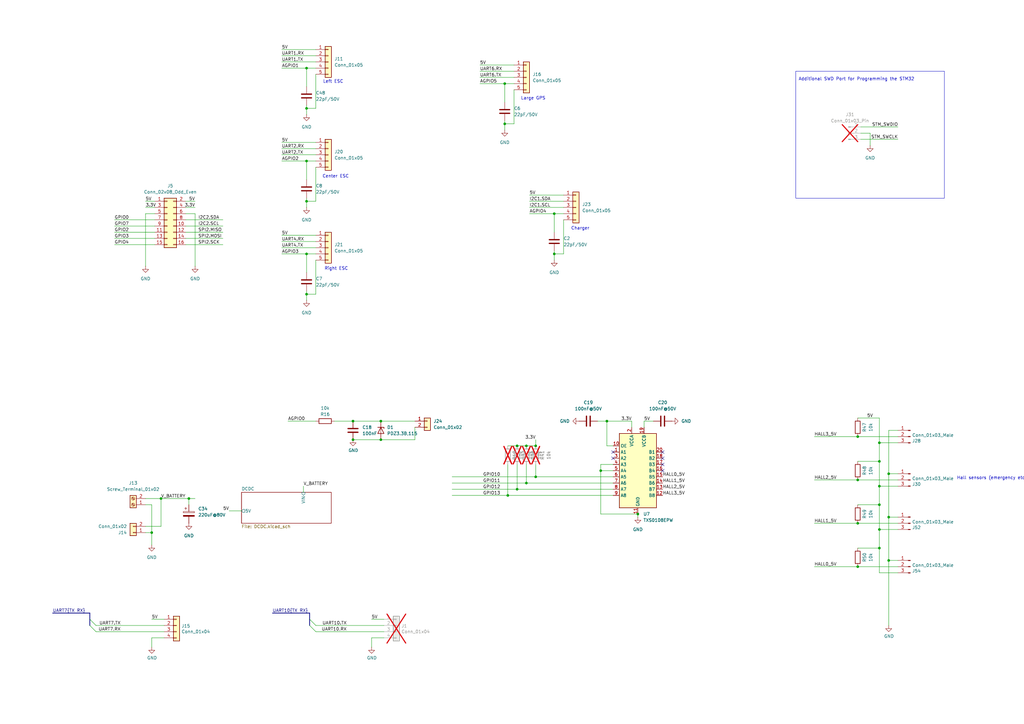
<source format=kicad_sch>
(kicad_sch (version 20231120) (generator "eeschema") (generator_version "8.0")
  (paper "A3")
  (junction (at 156.21 172.72))
  (junction (at 125.73 104.14))
  (junction (at 227.33 87.63))
  (junction (at 144.78 180.34))
  (junction (at 360.68 189.23))
  (junction (at 125.73 120.65))
  (junction (at 212.09 182.88))
  (junction (at 513.08 223.52))
  (junction (at 54.61 537.21))
  (junction (at 595.63 156.21))
  (junction (at 513.08 185.42))
  (junction (at 490.22 208.28))
  (junction (at 215.9 182.88))
  (junction (at 360.68 199.39))
  (junction (at 54.61 521.97))
  (junction (at 219.71 195.58))
  (junction (at 477.52 119.38))
  (junction (at 351.79 196.85))
  (junction (at 473.71 109.22))
  (junction (at 604.52 113.03))
  (junction (at 144.78 172.72))
  (junction (at 125.73 27.94))
  (junction (at 246.38 193.04))
  (junction (at 212.09 200.66))
  (junction (at 44.45 532.13))
  (junction (at 215.9 198.12))
  (junction (at 439.42 124.46))
  (junction (at 44.45 537.21))
  (junction (at 351.79 232.41))
  (junction (at 156.21 180.34))
  (junction (at 360.68 217.17))
  (junction (at 125.73 66.04))
  (junction (at 125.73 82.55))
  (junction (at 62.23 218.44))
  (junction (at 360.68 207.01))
  (junction (at 208.28 203.2))
  (junction (at 207.01 34.29))
  (junction (at 513.08 201.93))
  (junction (at 473.71 124.46))
  (junction (at 44.45 529.59))
  (junction (at 77.47 204.47))
  (junction (at 360.68 181.61))
  (junction (at 360.68 224.79))
  (junction (at 125.73 44.45))
  (junction (at 261.62 210.82))
  (junction (at 248.92 172.72))
  (junction (at 219.71 182.88))
  (junction (at 473.71 129.54))
  (junction (at 351.79 179.07))
  (junction (at 227.33 104.14))
  (junction (at 364.49 194.31))
  (junction (at 364.49 229.87))
  (junction (at 66.04 204.47))
  (junction (at 364.49 212.09))
  (junction (at 207.01 50.8))
  (junction (at 351.79 214.63))
  (no_connect (at 595.63 118.11))
  (no_connect (at 181.61 394.97))
  (no_connect (at 481.33 114.3))
  (no_connect (at 181.61 433.07))
  (no_connect (at 346.71 350.52))
  (no_connect (at 271.78 185.42))
  (no_connect (at 114.3 444.5))
  (no_connect (at 114.3 408.94))
  (no_connect (at 595.63 148.59))
  (no_connect (at 181.61 397.51))
  (no_connect (at 114.3 411.48))
  (no_connect (at 501.65 106.68))
  (no_connect (at 181.61 427.99))
  (no_connect (at 271.78 187.96))
  (no_connect (at 114.3 459.74))
  (no_connect (at 181.61 417.83))
  (no_connect (at 560.07 123.19))
  (no_connect (at 560.07 143.51))
  (no_connect (at 181.61 430.53))
  (no_connect (at 346.71 439.42))
  (no_connect (at 595.63 128.27))
  (no_connect (at 346.71 449.58))
  (no_connect (at 346.71 340.36))
  (no_connect (at 595.63 143.51))
  (no_connect (at 114.3 449.58))
  (no_connect (at 181.61 438.15))
  (no_connect (at 271.78 193.04))
  (no_connect (at 271.78 190.5))
  (no_connect (at 181.61 405.13))
  (no_connect (at 251.46 187.96))
  (no_connect (at 114.3 452.12))
  (no_connect (at 181.61 435.61))
  (no_connect (at 595.63 138.43))
  (no_connect (at 114.3 414.02))
  (no_connect (at 481.33 106.68))
  (no_connect (at 181.61 402.59))
  (no_connect (at 181.61 422.91))
  (no_connect (at 181.61 425.45))
  (no_connect (at 595.63 146.05))
  (no_connect (at 346.71 342.9))
  (no_connect (at 346.71 330.2))
  (no_connect (at 346.71 345.44))
  (no_connect (at 346.71 337.82))
  (no_connect (at 114.3 447.04))
  (no_connect (at 560.07 130.81))
  (no_connect (at 560.07 146.05))
  (no_connect (at 346.71 332.74))
  (no_connect (at 346.71 327.66))
  (no_connect (at 251.46 185.42))
  (no_connect (at 346.71 447.04))
  (no_connect (at 481.33 111.76))
  (no_connect (at 114.3 462.28))
  (no_connect (at 346.71 335.28))
  (no_connect (at 595.63 130.81))
  (no_connect (at 346.71 347.98))
  (no_connect (at 181.61 440.69))
  (no_connect (at 181.61 420.37))
  (no_connect (at 346.71 441.96))
  (no_connect (at 560.07 128.27))
  (no_connect (at 595.63 135.89))
  (bus_entry (at 327.66 365.76) (size 2.54 2.54))
  (bus_entry (at 327.66 355.6) (size 2.54 2.54))
  (bus_entry (at 327.66 401.32) (size 2.54 2.54))
  (bus_entry (at 327.66 375.92) (size 2.54 2.54))
  (bus_entry (at 129.54 259.08) (size -2.54 -2.54))
  (bus_entry (at 43.18 408.94) (size 2.54 2.54))
  (bus_entry (at 154.94 450.85) (size 2.54 2.54))
  (bus_entry (at 327.66 398.78) (size 2.54 2.54))
  (bus_entry (at 327.66 408.94) (size 2.54 2.54))
  (bus_entry (at 43.18 424.18) (size 2.54 2.54))
  (bus_entry (at 43.18 421.64) (size 2.54 2.54))
  (bus_entry (at 43.18 416.56) (size 2.54 2.54))
  (bus_entry (at 327.66 403.86) (size 2.54 2.54))
  (bus_entry (at 154.94 455.93) (size 2.54 2.54))
  (bus_entry (at 335.28 434.34) (size -2.54 -2.54))
  (bus_entry (at 39.37 259.08) (size -2.54 -2.54))
  (bus_entry (at 327.66 358.14) (size 2.54 2.54))
  (bus_entry (at 327.66 396.24) (size 2.54 2.54))
  (bus_entry (at 327.66 393.7) (size 2.54 2.54))
  (bus_entry (at 39.37 256.54) (size -2.54 -2.54))
  (bus_entry (at 154.94 445.77) (size 2.54 2.54))
  (bus_entry (at 335.28 426.72) (size -2.54 -2.54))
  (bus_entry (at 327.66 360.68) (size 2.54 2.54))
  (bus_entry (at 327.66 370.84) (size 2.54 2.54))
  (bus_entry (at 154.94 453.39) (size 2.54 2.54))
  (bus_entry (at 327.66 406.4) (size 2.54 2.54))
  (bus_entry (at 129.54 256.54) (size -2.54 -2.54))
  (bus_entry (at 43.18 411.48) (size 2.54 2.54))
  (bus_entry (at 327.66 363.22) (size 2.54 2.54))
  (bus_entry (at 327.66 386.08) (size 2.54 2.54))
  (bus_entry (at 154.94 458.47) (size 2.54 2.54))
  (bus_entry (at 327.66 378.46) (size 2.54 2.54))
  (bus_entry (at 154.94 448.31) (size 2.54 2.54))
  (bus_entry (at 43.18 414.02) (size 2.54 2.54))
  (bus_entry (at 327.66 368.3) (size 2.54 2.54))
  (bus_entry (at 43.18 419.1) (size 2.54 2.54))
  (bus_entry (at 43.18 406.4) (size 2.54 2.54))
  (bus_entry (at 335.28 431.8) (size -2.54 -2.54))
  (bus_entry (at 327.66 373.38) (size 2.54 2.54))
  (bus_entry (at 335.28 424.18) (size -2.54 -2.54))
  (bus_entry (at 327.66 391.16) (size 2.54 2.54))
  (bus_entry (at 327.66 388.62) (size 2.54 2.54))
  (wire (pts (xy 215.9 190.5) (xy 215.9 198.12)))
  (wire (pts (xy 59.69 87.63) (xy 63.5 87.63)))
  (wire (pts (xy 39.37 259.08) (xy 67.31 259.08)))
  (wire (pts (xy 129.54 256.54) (xy 157.48 256.54)))
  (wire (pts (xy 481.33 116.84) (xy 473.71 116.84)))
  (wire (pts (xy 81.28 521.97) (xy 54.61 521.97)))
  (wire (pts (xy 533.4 138.43) (xy 542.29 138.43)))
  (wire (pts (xy 115.57 25.4) (xy 129.54 25.4)))
  (wire (pts (xy 125.73 104.14) (xy 125.73 111.76)))
  (wire (pts (xy 93.98 209.55) (xy 99.06 209.55)))
  (wire (pts (xy 210.82 50.8) (xy 207.01 50.8)))
  (wire (pts (xy 490.22 219.71) (xy 490.22 223.52)))
  (wire (pts (xy 501.65 114.3) (xy 513.08 114.3)))
  (bus (pts (xy 313.69 429.26) (xy 313.69 342.9)))
  (wire (pts (xy 346.71 426.72) (xy 335.28 426.72)))
  (wire (pts (xy 115.57 22.86) (xy 129.54 22.86)))
  (wire (pts (xy 125.73 66.04) (xy 129.54 66.04)))
  (wire (pts (xy 330.2 368.3) (xy 346.71 368.3)))
  (wire (pts (xy 261.62 212.09) (xy 261.62 210.82)))
  (wire (pts (xy 439.42 124.46) (xy 443.23 124.46)))
  (wire (pts (xy 246.38 210.82) (xy 261.62 210.82)))
  (wire (pts (xy 45.72 421.64) (xy 78.74 421.64)))
  (wire (pts (xy 76.2 100.33) (xy 91.44 100.33)))
  (wire (pts (xy 477.52 123.19) (xy 477.52 119.38)))
  (wire (pts (xy 219.71 195.58) (xy 219.71 190.5)))
  (wire (pts (xy 80.01 85.09) (xy 76.2 85.09)))
  (wire (pts (xy 217.17 87.63) (xy 227.33 87.63)))
  (wire (pts (xy 125.73 44.45) (xy 125.73 43.18)))
  (bus (pts (xy 332.74 429.26) (xy 332.74 431.8)))
  (wire (pts (xy 560.07 120.65) (xy 533.4 120.65)))
  (wire (pts (xy 125.73 123.19) (xy 125.73 120.65)))
  (wire (pts (xy 473.71 124.46) (xy 473.71 129.54)))
  (wire (pts (xy 129.54 120.65) (xy 125.73 120.65)))
  (bus (pts (xy 39.37 411.48) (xy 43.18 411.48)))
  (wire (pts (xy 462.28 129.54) (xy 473.71 129.54)))
  (wire (pts (xy 152.4 261.62) (xy 152.4 265.43)))
  (wire (pts (xy 360.68 234.95) (xy 368.3 234.95)))
  (wire (pts (xy 351.79 179.07) (xy 368.3 179.07)))
  (wire (pts (xy 125.73 85.09) (xy 125.73 82.55)))
  (wire (pts (xy 513.08 185.42) (xy 513.08 187.96)))
  (wire (pts (xy 360.68 217.17) (xy 368.3 217.17)))
  (wire (pts (xy 74.93 424.18) (xy 78.74 424.18)))
  (wire (pts (xy 427.99 124.46) (xy 439.42 124.46)))
  (bus (pts (xy 327.66 370.84) (xy 327.66 373.38)))
  (wire (pts (xy 334.01 214.63) (xy 351.79 214.63)))
  (wire (pts (xy 311.15 326.39) (xy 321.31 326.39)))
  (wire (pts (xy 259.08 175.26) (xy 259.08 172.72)))
  (wire (pts (xy 115.57 63.5) (xy 129.54 63.5)))
  (wire (pts (xy 80.01 87.63) (xy 76.2 87.63)))
  (wire (pts (xy 231.14 104.14) (xy 227.33 104.14)))
  (wire (pts (xy 63.5 100.33) (xy 46.99 100.33)))
  (wire (pts (xy 115.57 101.6) (xy 129.54 101.6)))
  (wire (pts (xy 115.57 60.96) (xy 129.54 60.96)))
  (bus (pts (xy 327.66 375.92) (xy 327.66 378.46)))
  (bus (pts (xy 43.18 421.64) (xy 43.18 424.18)))
  (wire (pts (xy 330.2 373.38) (xy 346.71 373.38)))
  (wire (pts (xy 115.57 66.04) (xy 125.73 66.04)))
  (bus (pts (xy 327.66 391.16) (xy 327.66 393.7)))
  (wire (pts (xy 360.68 217.17) (xy 360.68 224.79)))
  (bus (pts (xy 327.66 403.86) (xy 327.66 406.4)))
  (wire (pts (xy 170.18 384.81) (xy 181.61 384.81)))
  (wire (pts (xy 54.61 521.97) (xy 33.02 521.97)))
  (wire (pts (xy 513.08 201.93) (xy 513.08 203.2)))
  (wire (pts (xy 115.57 20.32) (xy 129.54 20.32)))
  (bus (pts (xy 39.37 421.64) (xy 43.18 421.64)))
  (wire (pts (xy 330.2 381) (xy 346.71 381)))
  (wire (pts (xy 353.06 54.61) (xy 356.87 54.61)))
  (wire (pts (xy 114.3 436.88) (xy 129.54 436.88)))
  (wire (pts (xy 439.42 139.7) (xy 439.42 135.89)))
  (wire (pts (xy 181.61 410.21) (xy 170.18 410.21)))
  (wire (pts (xy 74.93 419.1) (xy 78.74 419.1)))
  (bus (pts (xy 313.69 342.9) (xy 311.15 342.9)))
  (wire (pts (xy 219.71 180.34) (xy 219.71 182.88)))
  (wire (pts (xy 124.46 199.39) (xy 124.46 201.93)))
  (bus (pts (xy 327.66 398.78) (xy 327.66 401.32)))
  (bus (pts (xy 316.23 421.64) (xy 332.74 421.64)))
  (bus (pts (xy 327.66 355.6) (xy 327.66 358.14)))
  (wire (pts (xy 508 116.84) (xy 508 124.46)))
  (wire (pts (xy 351.79 232.41) (xy 368.3 232.41)))
  (wire (pts (xy 351.79 196.85) (xy 368.3 196.85)))
  (wire (pts (xy 170.18 392.43) (xy 181.61 392.43)))
  (bus (pts (xy 327.66 393.7) (xy 327.66 396.24)))
  (bus (pts (xy 43.18 411.48) (xy 43.18 414.02)))
  (wire (pts (xy 185.42 198.12) (xy 215.9 198.12)))
  (wire (pts (xy 129.54 68.58) (xy 129.54 82.55)))
  (wire (pts (xy 196.85 34.29) (xy 207.01 34.29)))
  (wire (pts (xy 504.19 185.42) (xy 513.08 185.42)))
  (wire (pts (xy 217.17 82.55) (xy 231.14 82.55)))
  (wire (pts (xy 330.2 358.14) (xy 346.71 358.14)))
  (wire (pts (xy 157.48 261.62) (xy 152.4 261.62)))
  (wire (pts (xy 115.57 58.42) (xy 129.54 58.42)))
  (wire (pts (xy 264.16 172.72) (xy 267.97 172.72)))
  (wire (pts (xy 76.2 92.71) (xy 91.44 92.71)))
  (wire (pts (xy 170.18 382.27) (xy 181.61 382.27)))
  (wire (pts (xy 215.9 182.88) (xy 219.71 182.88)))
  (wire (pts (xy 45.72 416.56) (xy 78.74 416.56)))
  (wire (pts (xy 137.16 172.72) (xy 144.78 172.72)))
  (wire (pts (xy 364.49 194.31) (xy 364.49 212.09)))
  (wire (pts (xy 334.01 179.07) (xy 351.79 179.07)))
  (wire (pts (xy 248.92 182.88) (xy 248.92 172.72)))
  (wire (pts (xy 170.18 387.35) (xy 181.61 387.35)))
  (wire (pts (xy 217.17 85.09) (xy 231.14 85.09)))
  (bus (pts (xy 43.18 406.4) (xy 43.18 408.94)))
  (wire (pts (xy 351.79 207.01) (xy 360.68 207.01)))
  (wire (pts (xy 330.2 391.16) (xy 346.71 391.16)))
  (wire (pts (xy 227.33 104.14) (xy 227.33 102.87)))
  (wire (pts (xy 604.52 113.03) (xy 617.22 113.03)))
  (wire (pts (xy 346.71 424.18) (xy 335.28 424.18)))
  (wire (pts (xy 115.57 99.06) (xy 129.54 99.06)))
  (wire (pts (xy 46.99 92.71) (xy 63.5 92.71)))
  (wire (pts (xy 185.42 203.2) (xy 208.28 203.2)))
  (wire (pts (xy 501.65 208.28) (xy 505.46 208.28)))
  (wire (pts (xy 62.23 218.44) (xy 62.23 223.52)))
  (wire (pts (xy 351.79 224.79) (xy 360.68 224.79)))
  (wire (pts (xy 364.49 212.09) (xy 368.3 212.09)))
  (wire (pts (xy 33.02 537.21) (xy 44.45 537.21)))
  (wire (pts (xy 39.37 256.54) (xy 67.31 256.54)))
  (wire (pts (xy 114.3 416.56) (xy 129.54 416.56)))
  (wire (pts (xy 330.2 375.92) (xy 346.71 375.92)))
  (wire (pts (xy 330.2 411.48) (xy 346.71 411.48)))
  (wire (pts (xy 595.63 153.67) (xy 595.63 156.21)))
  (wire (pts (xy 170.18 400.05) (xy 181.61 400.05)))
  (bus (pts (xy 154.94 450.85) (xy 154.94 453.39)))
  (wire (pts (xy 74.93 434.34) (xy 78.74 434.34)))
  (wire (pts (xy 473.71 96.52) (xy 473.71 109.22)))
  (bus (pts (xy 318.77 386.08) (xy 327.66 386.08)))
  (wire (pts (xy 62.23 254) (xy 67.31 254)))
  (wire (pts (xy 62.23 261.62) (xy 62.23 265.43)))
  (wire (pts (xy 114.3 421.64) (xy 129.54 421.64)))
  (wire (pts (xy 77.47 204.47) (xy 80.01 204.47)))
  (wire (pts (xy 170.18 175.26) (xy 170.18 180.34)))
  (wire (pts (xy 125.73 66.04) (xy 125.73 73.66)))
  (wire (pts (xy 76.2 90.17) (xy 91.44 90.17)))
  (wire (pts (xy 76.2 97.79) (xy 91.44 97.79)))
  (wire (pts (xy 595.63 156.21) (xy 595.63 160.02)))
  (wire (pts (xy 334.01 196.85) (xy 351.79 196.85)))
  (wire (pts (xy 264.16 175.26) (xy 264.16 172.72)))
  (wire (pts (xy 364.49 176.53) (xy 368.3 176.53)))
  (wire (pts (xy 251.46 200.66) (xy 212.09 200.66)))
  (wire (pts (xy 248.92 172.72) (xy 245.11 172.72)))
  (wire (pts (xy 78.74 355.6) (xy 66.04 355.6)))
  (bus (pts (xy 327.66 365.76) (xy 327.66 368.3)))
  (wire (pts (xy 231.14 90.17) (xy 231.14 104.14)))
  (wire (pts (xy 508 124.46) (xy 473.71 124.46)))
  (wire (pts (xy 477.52 119.38) (xy 481.33 119.38)))
  (bus (pts (xy 111.76 251.46) (xy 127 251.46)))
  (bus (pts (xy 154.94 448.31) (xy 154.94 450.85)))
  (bus (pts (xy 76.2 -12.7) (xy 102.87 -12.7)))
  (wire (pts (xy 227.33 106.68) (xy 227.33 104.14)))
  (wire (pts (xy 207.01 34.29) (xy 210.82 34.29)))
  (wire (pts (xy 74.93 429.26) (xy 78.74 429.26)))
  (wire (pts (xy 114.3 431.8) (xy 125.73 431.8)))
  (wire (pts (xy 62.23 207.01) (xy 62.23 218.44)))
  (wire (pts (xy 513.08 223.52) (xy 513.08 213.36)))
  (wire (pts (xy 33.02 532.13) (xy 33.02 537.21)))
  (wire (pts (xy 59.69 85.09) (xy 63.5 85.09)))
  (bus (pts (xy 318.77 336.55) (xy 318.77 386.08)))
  (wire (pts (xy 212.09 182.88) (xy 215.9 182.88)))
  (wire (pts (xy 472.44 208.28) (xy 490.22 208.28)))
  (wire (pts (xy 259.08 172.72) (xy 248.92 172.72)))
  (bus (pts (xy 43.18 416.56) (xy 43.18 419.1)))
  (wire (pts (xy 351.79 189.23) (xy 360.68 189.23)))
  (wire (pts (xy 64.77 532.13) (xy 81.28 532.13)))
  (wire (pts (xy 330.2 401.32) (xy 346.71 401.32)))
  (wire (pts (xy 73.66 -19.05) (xy 93.98 -19.05)))
  (wire (pts (xy 157.48 461.01) (xy 168.91 461.01)))
  (wire (pts (xy 360.68 181.61) (xy 360.68 189.23)))
  (bus (pts (xy 327.66 368.3) (xy 327.66 370.84)))
  (wire (pts (xy 45.72 431.8) (xy 78.74 431.8)))
  (wire (pts (xy 157.48 453.39) (xy 168.91 453.39)))
  (wire (pts (xy 74.93 414.02) (xy 78.74 414.02)))
  (wire (pts (xy 45.72 424.18) (xy 67.31 424.18)))
  (wire (pts (xy 246.38 193.04) (xy 246.38 210.82)))
  (wire (pts (xy 330.2 398.78) (xy 346.71 398.78)))
  (bus (pts (xy 127 254) (xy 127 256.54)))
  (wire (pts (xy 44.45 529.59) (xy 44.45 532.13)))
  (wire (pts (xy 462.28 119.38) (xy 477.52 119.38)))
  (wire (pts (xy 118.11 172.72) (xy 129.54 172.72)))
  (wire (pts (xy 595.63 115.57) (xy 604.52 115.57)))
  (wire (pts (xy 46.99 95.25) (xy 63.5 95.25)))
  (wire (pts (xy 185.42 200.66) (xy 212.09 200.66)))
  (wire (pts (xy 490.22 212.09) (xy 490.22 208.28)))
  (wire (pts (xy 176.53 453.39) (xy 181.61 453.39)))
  (wire (pts (xy 490.22 223.52) (xy 513.08 223.52)))
  (wire (pts (xy 170.18 389.89) (xy 181.61 389.89)))
  (wire (pts (xy 125.73 82.55) (xy 125.73 81.28)))
  (wire (pts (xy 45.72 434.34) (xy 67.31 434.34)))
  (wire (pts (xy 251.46 182.88) (xy 248.92 182.88)))
  (wire (pts (xy 66.04 346.71) (xy 78.74 346.71)))
  (wire (pts (xy 74.93 439.42) (xy 78.74 439.42)))
  (wire (pts (xy 176.53 450.85) (xy 181.61 450.85)))
  (wire (pts (xy 196.85 29.21) (xy 210.82 29.21)))
  (wire (pts (xy 196.85 26.67) (xy 210.82 26.67)))
  (wire (pts (xy 360.68 224.79) (xy 360.68 234.95)))
  (wire (pts (xy 208.28 203.2) (xy 251.46 203.2)))
  (wire (pts (xy 504.19 198.12) (xy 504.19 201.93)))
  (bus (pts (xy 321.31 334.01) (xy 321.31 355.6)))
  (wire (pts (xy 170.18 407.67) (xy 181.61 407.67)))
  (wire (pts (xy 76.2 95.25) (xy 91.44 95.25)))
  (wire (pts (xy 80.01 109.22) (xy 80.01 87.63)))
  (wire (pts (xy 351.79 214.63) (xy 368.3 214.63)))
  (wire (pts (xy 330.2 378.46) (xy 346.71 378.46)))
  (wire (pts (xy 473.71 129.54) (xy 473.71 139.7)))
  (wire (pts (xy 364.49 212.09) (xy 364.49 229.87)))
  (bus (pts (xy 327.66 360.68) (xy 327.66 363.22)))
  (wire (pts (xy 181.61 415.29) (xy 170.18 415.29)))
  (wire (pts (xy 462.28 109.22) (xy 473.71 109.22)))
  (wire (pts (xy 59.69 82.55) (xy 63.5 82.55)))
  (wire (pts (xy 45.72 441.96) (xy 78.74 441.96)))
  (wire (pts (xy 360.68 189.23) (xy 360.68 199.39)))
  (wire (pts (xy 78.74 360.68) (xy 58.42 360.68)))
  (wire (pts (xy 513.08 182.88) (xy 513.08 185.42)))
  (wire (pts (xy 356.87 54.61) (xy 356.87 59.69)))
  (wire (pts (xy 504.19 190.5) (xy 504.19 185.42)))
  (wire (pts (xy 60.96 335.28) (xy 78.74 335.28)))
  (wire (pts (xy 59.69 204.47) (xy 66.04 204.47)))
  (wire (pts (xy 45.72 419.1) (xy 67.31 419.1)))
  (bus (pts (xy 327.66 373.38) (xy 327.66 375.92)))
  (wire (pts (xy 330.2 406.4) (xy 346.71 406.4)))
  (wire (pts (xy 217.17 80.01) (xy 231.14 80.01)))
  (bus (pts (xy 327.66 401.32) (xy 327.66 403.86)))
  (wire (pts (xy 157.48 448.31) (xy 181.61 448.31)))
  (bus (pts (xy 327.66 386.08) (xy 327.66 388.62)))
  (wire (pts (xy 129.54 259.08) (xy 157.48 259.08)))
  (wire (pts (xy 45.72 436.88) (xy 78.74 436.88)))
  (wire (pts (xy 595.63 113.03) (xy 604.52 113.03)))
  (wire (pts (xy 360.68 199.39) (xy 368.3 199.39)))
  (wire (pts (xy 114.3 419.1) (xy 129.54 419.1)))
  (wire (pts (xy 156.21 172.72) (xy 170.18 172.72)))
  (wire (pts (xy 81.28 523.24) (xy 81.28 521.97)))
  (wire (pts (xy 330.2 396.24) (xy 346.71 396.24)))
  (bus (pts (xy 327.66 388.62) (xy 327.66 391.16)))
  (wire (pts (xy 74.93 408.94) (xy 78.74 408.94)))
  (wire (pts (xy 59.69 218.44) (xy 62.23 218.44)))
  (wire (pts (xy 215.9 198.12) (xy 251.46 198.12)))
  (bus (pts (xy 154.94 453.39) (xy 154.94 455.93)))
  (wire (pts (xy 513.08 200.66) (xy 513.08 201.93)))
  (wire (pts (xy 176.53 458.47) (xy 181.61 458.47)))
  (wire (pts (xy 129.54 82.55) (xy 125.73 82.55)))
  (wire (pts (xy 144.78 180.34) (xy 156.21 180.34)))
  (wire (pts (xy 533.4 135.89) (xy 560.07 135.89)))
  (wire (pts (xy 45.72 408.94) (xy 67.31 408.94)))
  (wire (pts (xy 549.91 138.43) (xy 560.07 138.43)))
  (wire (pts (xy 44.45 537.21) (xy 54.61 537.21)))
  (wire (pts (xy 80.01 82.55) (xy 76.2 82.55)))
  (wire (pts (xy 176.53 455.93) (xy 181.61 455.93)))
  (wire (pts (xy 364.49 229.87) (xy 364.49 256.54)))
  (wire (pts (xy 125.73 104.14) (xy 129.54 104.14)))
  (wire (pts (xy 152.4 254) (xy 157.48 254)))
  (wire (pts (xy 501.65 119.38) (xy 501.65 123.19)))
  (wire (pts (xy 330.2 403.86) (xy 346.71 403.86)))
  (bus (pts (xy 127 251.46) (xy 127 254)))
  (wire (pts (xy 81.28 532.13) (xy 81.28 530.86)))
  (wire (pts (xy 157.48 455.93) (xy 168.91 455.93)))
  (wire (pts (xy 473.71 109.22) (xy 481.33 109.22)))
  (wire (pts (xy 501.65 116.84) (xy 508 116.84)))
  (wire (pts (xy 501.65 109.22) (xy 508 109.22)))
  (bus (pts (xy 316.23 340.36) (xy 316.23 421.64)))
  (bus (pts (xy 39.37 406.4) (xy 43.18 406.4)))
  (wire (pts (xy 129.54 106.68) (xy 129.54 120.65)))
  (wire (pts (xy 181.61 412.75) (xy 170.18 412.75)))
  (bus (pts (xy 327.66 396.24) (xy 327.66 398.78)))
  (wire (pts (xy 330.2 363.22) (xy 346.71 363.22)))
  (bus (pts (xy 21.59 251.46) (xy 36.83 251.46)))
  (wire (pts (xy 473.71 116.84) (xy 473.71 124.46)))
  (wire (pts (xy 360.68 199.39) (xy 360.68 207.01)))
  (bus (pts (xy 154.94 455.93) (xy 154.94 458.47)))
  (wire (pts (xy 129.54 30.48) (xy 129.54 44.45)))
  (wire (pts (xy 59.69 207.01) (xy 62.23 207.01)))
  (wire (pts (xy 360.68 181.61) (xy 368.3 181.61)))
  (wire (pts (xy 114.3 434.34) (xy 129.54 434.34)))
  (wire (pts (xy 251.46 190.5) (xy 246.38 190.5)))
  (wire (pts (xy 219.71 195.58) (xy 251.46 195.58)))
  (wire (pts (xy 59.69 109.22) (xy 59.69 87.63)))
  (wire (pts (xy 125.73 27.94) (xy 129.54 27.94)))
  (wire (pts (xy 227.33 87.63) (xy 227.33 95.25)))
  (wire (pts (xy 125.73 27.94) (xy 125.73 35.56)))
  (wire (pts (xy 330.2 365.76) (xy 346.71 365.76)))
  (wire (pts (xy 364.49 176.53) (xy 364.49 194.31)))
  (wire (pts (xy 125.73 46.99) (xy 125.73 44.45)))
  (bus (pts (xy 311.15 334.01) (xy 321.31 334.01)))
  (wire (pts (xy 66.04 344.17) (xy 78.74 344.17)))
  (wire (pts (xy 208.28 190.5) (xy 208.28 203.2)))
  (wire (pts (xy 176.53 461.01) (xy 181.61 461.01)))
  (wire (pts (xy 44.45 532.13) (xy 44.45 537.21)))
  (wire (pts (xy 364.49 194.31) (xy 368.3 194.31)))
  (bus (pts (xy 39.37 416.56) (xy 43.18 416.56)))
  (wire (pts (xy 45.72 429.26) (xy 67.31 429.26)))
  (wire (pts (xy 115.57 104.14) (xy 125.73 104.14)))
  (wire (pts (xy 115.57 96.52) (xy 129.54 96.52)))
  (wire (pts (xy 346.71 431.8) (xy 335.28 431.8)))
  (wire (pts (xy 44.45 527.05) (xy 44.45 529.59)))
  (bus (pts (xy 327.66 406.4) (xy 327.66 408.94)))
  (wire (pts (xy 212.09 200.66) (xy 212.09 190.5)))
  (bus (pts (xy 36.83 251.46) (xy 36.83 254)))
  (wire (pts (xy 604.52 115.57) (xy 604.52 113.03)))
  (bus (pts (xy 311.15 340.36) (xy 316.23 340.36)))
  (wire (pts (xy 330.2 408.94) (xy 346.71 408.94)))
  (bus (pts (xy 327.66 358.14) (xy 327.66 360.68)))
  (wire (pts (xy 77.47 204.47) (xy 77.47 207.01)))
  (wire (pts (xy 45.72 411.48) (xy 78.74 411.48)))
  (wire (pts (xy 45.72 439.42) (xy 67.31 439.42)))
  (wire (pts (xy 66.04 204.47) (xy 66.04 215.9)))
  (bus (pts (xy 311.15 336.55) (xy 318.77 336.55)))
  (wire (pts (xy 334.01 232.41) (xy 351.79 232.41)))
  (wire (pts (xy 73.66 -2.54) (xy 93.98 -2.54)))
  (wire (pts (xy 45.72 426.72) (xy 78.74 426.72)))
  (wire (pts (xy 45.72 414.02) (xy 67.31 414.02)))
  (bus (pts (xy 36.83 254) (xy 36.83 256.54)))
  (wire (pts (xy 330.2 360.68) (xy 346.71 360.68)))
  (bus (pts (xy 321.31 355.6) (xy 327.66 355.6)))
  (wire (pts (xy 78.74 353.06) (xy 66.04 353.06)))
  (wire (pts (xy 157.48 450.85) (xy 168.91 450.85)))
  (wire (pts (xy 351.79 171.45) (xy 360.68 171.45)))
  (wire (pts (xy 346.71 434.34) (xy 335.28 434.34)))
  (wire (pts (xy 508 109.22) (xy 508 96.52)))
  (wire (pts (xy 353.06 57.15) (xy 368.3 57.15)))
  (bus (pts (xy 327.66 363.22) (xy 327.66 365.76)))
  (wire (pts (xy 330.2 393.7) (xy 346.71 393.7)))
  (wire (pts (xy 33.02 521.97) (xy 33.02 524.51)))
  (wire (pts (xy 60.96 332.74) (xy 78.74 332.74)))
  (wire (pts (xy 439.42 124.46) (xy 439.42 128.27)))
  (wire (pts (xy 46.99 97.79) (xy 63.5 97.79)))
  (wire (pts (xy 207.01 53.34) (xy 207.01 50.8)))
  (bus (pts (xy 313.69 429.26) (xy 332.74 429.26)))
  (wire (pts (xy 508 96.52) (xy 473.71 96.52)))
  (wire (pts (xy 246.38 190.5) (xy 246.38 193.04)))
  (wire (pts (xy 501.65 123.19) (xy 477.52 123.19)))
  (wire (pts (xy 114.3 429.26) (xy 125.73 429.26)))
  (wire (pts (xy 330.2 388.62) (xy 346.71 388.62)))
  (wire (pts (xy 353.06 52.07) (xy 368.3 52.07)))
  (wire (pts (xy 207.01 50.8) (xy 207.01 49.53)))
  (wire (pts (xy 330.2 370.84) (xy 346.71 370.84)))
  (wire (pts (xy 170.18 180.34) (xy 156.21 180.34)))
  (wire (pts (xy 246.38 193.04) (xy 251.46 193.04)))
  (wire (pts (xy 125.73 120.65) (xy 125.73 119.38)))
  (wire (pts (xy 360.68 171.45) (xy 360.68 181.61)))
  (wire (pts (xy 360.68 207.01) (xy 360.68 217.17)))
  (wire (pts (xy 66.04 204.47) (xy 77.47 204.47)))
  (wire (pts (xy 144.78 172.72) (xy 156.21 172.72)))
  (wire (pts (xy 185.42 195.58) (xy 219.71 195.58)))
  (wire (pts (xy 490.22 208.28) (xy 494.03 208.28)))
  (wire (pts (xy 208.28 182.88) (xy 212.09 182.88)))
  (wire (pts (xy 504.19 201.93) (xy 513.08 201.93)))
  (bus (pts (xy 154.94 445.77) (xy 154.94 448.31)))
  (wire (pts (xy 67.31 261.62) (xy 62.23 261.62)))
  (wire (pts (xy 196.85 31.75) (xy 210.82 31.75)))
  (wire (pts (xy 535.94 114.3) (xy 520.7 114.3)))
  (wire (pts (xy 210.82 36.83) (xy 210.82 50.8)))
  (wire (pts (xy 46.99 90.17) (xy 63.5 90.17)))
  (wire (pts (xy 364.49 229.87) (xy 368.3 229.87)))
  (wire (pts (xy 207.01 34.29) (xy 207.01 41.91)))
  (wire (pts (xy 129.54 44.45) (xy 125.73 44.45)))
  (wire (pts (xy 157.48 458.47) (xy 168.91 458.47)))
  (wire (pts (xy 450.85 124.46) (xy 454.66 124.46)))
  (wire (pts (xy 115.57 27.94) (xy 125.73 27.94)))
  (wire (pts (xy 501.65 111.76) (xy 535.94 111.76)))
  (bus (pts (xy 151.13 445.77) (xy 154.94 445.77)))
  (bus (pts (xy 332.74 421.64) (xy 332.74 424.18)))
  (wire (pts (xy 66.04 215.9) (xy 59.69 215.9)))
  (wire (pts (xy 227.33 87.63) (xy 231.14 87.63)))
  (rectangle (start 22.86 511.81) (end 93.98 566.42))
  (rectangle (start 326.39 29.21) (end 387.35 81.28))
  (text "Hall sensors (emergency etc)" (at 392.43 196.85 0) (effects (font (size 1.27 1.27)) (justify left bottom)))
  (text "Right ESC" (at 15.748 416.56 0) (effects (font (size 1.27 1.27))))
  (text "Charger" (at 237.998 93.726 0) (effects (font (size 1.27 1.27))))
  (text "Center ESC" (at 137.668 72.39 0) (effects (font (size 1.27 1.27))))
  (text "Identification for this Mainboard Version" (at 43.942 514.35 0) (effects (font (size 1.27 1.27))))
  (text "Large GPS" (at 17.018 421.894 0) (effects (font (size 1.27 1.27))))
  (text "Additional SWD Port for Programming the STM32" (at 351.282 32.512 0) (effects (font (size 1.27 1.27))))
  (text "Left ESC" (at 136.652 33.528 0) (effects (font (size 1.27 1.27))))
  (text "Right ESC" (at 137.922 110.236 0) (effects (font (size 1.27 1.27))))
  (text "Left ESC" (at 17.526 406.4 0) (effects (font (size 1.27 1.27))))
  (text "Center ESC" (at 15.494 411.734 0) (effects (font (size 1.27 1.27))))
  (text "Large GPS" (at 218.694 40.386 0) (effects (font (size 1.27 1.27))))
  (label "UART10{TX RX}" (at 111.76 251.46 0))
  (label "GPIO10" (at 170.18 407.67 0))
  (label "AGPIO0" (at 118.11 172.72 0))
  (label "UART6.RX" (at 196.85 29.21 0))
  (label "GPIO13" (at 170.18 415.29 0))
  (label "ETH2.LED_G" (at 330.2 411.48 0))
  (label "5V" (at 196.85 26.67 0))
  (label "UART2.TX" (at 115.57 63.5 0))
  (label "UART8.RX" (at 535.94 114.3 180))
  (label "AGPIO3" (at 115.57 104.14 0))
  (label "5V" (at 62.23 254 0))
  (label "ETH1.LED_Y" (at 330.2 378.46 0))
  (label "UART2.TX" (at 45.72 414.02 0))
  (label "3.3V" (at 259.08 172.72 180))
  (label "STM_SWCLK" (at 66.04 355.6 0))
  (label "I2C1.SDA" (at 125.73 429.26 0))
  (label "UART2.RX" (at 115.57 60.96 0))
  (label "STM_SWCLK" (at 368.3 57.15 180))
  (label "~{WC}" (at 81.28 532.13 180))
  (label "USBH2.N" (at 335.28 434.34 0))
  (label "SPI2.MOSI" (at 81.28 97.79 0))
  (label "~{WC}" (at 66.04 551.18 180))
  (label "HALL0_5V" (at 271.78 195.58 0))
  (label "GPIO2" (at 46.99 95.25 0))
  (label "GPIO7" (at 170.18 400.05 0))
  (label "UART2.RX" (at 45.72 416.56 0))
  (label "ETH2.PAIR_A_P" (at 330.2 391.16 0))
  (label "ETH1.PAIR_D_N" (at 330.2 373.38 0))
  (label "I2C4_ID.SDA" (at 64.77 527.05 0))
  (label "UART8.TX" (at 533.4 135.89 0))
  (label "USBH1.P" (at 335.28 424.18 0))
  (label "3.3V" (at 80.01 85.09 180))
  (label "ETH1.PAIR_A_P" (at 330.2 360.68 0))
  (label "V_BATTERY" (at 66.04 204.47 0))
  (label "UART1.TX" (at 115.57 25.4 0))
  (label "UART10.TX" (at 45.72 439.42 0))
  (label "AGPIO5" (at 196.85 34.29 0))
  (label "5V" (at 513.08 182.88 180))
  (label "AGPIO1" (at 115.57 27.94 0))
  (label "I2C1.SCL" (at 217.17 85.09 0))
  (label "UART8.RX" (at 533.4 138.43 0))
  (label "ETH2.PAIR_B_P" (at 330.2 396.24 0))
  (label "5V" (at 152.4 254 0))
  (label "SPI2.SCK" (at 119.38 421.64 0))
  (label "I2C1.SDA" (at 217.17 82.55 0))
  (label "ETH1.PAIR_B_P" (at 330.2 365.76 0))
  (label "AGPIO2" (at 115.57 66.04 0))
  (label "UART4.RX" (at 45.72 421.64 0))
  (label "GPIO4" (at 46.99 100.33 0))
  (label "UART1.RX" (at 115.57 22.86 0))
  (label "HALL2_5V" (at 334.01 196.85 0))
  (label "UART10.RX" (at 142.24 259.08 180))
  (label "3.3V" (at 59.69 85.09 0))
  (label "GPIO0" (at 46.99 90.17 0))
  (label "ETH2.PAIR_C_N" (at 330.2 398.78 0))
  (label "UART4.TX" (at 115.57 101.6 0))
  (label "SPI2.SCK" (at 81.28 100.33 0))
  (label "UART1.TX" (at 45.72 408.94 0))
  (label "GPIO4" (at 170.18 392.43 0))
  (label "ETH1.LED_G" (at 330.2 381 0))
  (label "UART6.TX" (at 45.72 424.18 0))
  (label "AGPIO4" (at 217.17 87.63 0))
  (label "5V" (at 59.69 82.55 0))
  (label "USBH2.P" (at 335.28 431.8 0))
  (label "GPIO1" (at 533.4 120.65 0))
  (label "GPIO11" (at 198.12 198.12 0))
  (label "UART10.TX" (at 142.24 256.54 180))
  (label "STM_SWDIO" (at 368.3 52.07 180))
  (label "I2C4_ID.SCL" (at 64.77 529.59 0))
  (label "I2C4_ID.SCL" (at 66.04 346.71 0))
  (label "GPIO3" (at 46.99 97.79 0))
  (label "5V" (at 73.66 -2.54 0))
  (label "UART4.RX" (at 115.57 99.06 0))
  (label "HALL1_5V" (at 334.01 214.63 0))
  (label "SPI2.MISO" (at 119.38 416.56 0))
  (label "I2C4_ID.SDA" (at 66.04 344.17 0))
  (label "3.3V" (at 219.71 180.34 180))
  (label "ETH2.PAIR_D_N" (at 330.2 403.86 0))
  (label "STM_SWDIO" (at 66.04 353.06 0))
  (label "I2C2.SCL" (at 119.38 436.88 0))
  (label "GPIO12" (at 198.12 200.66 0))
  (label "UART7.RX" (at 45.72 431.8 0))
  (label "GPIO0" (at 170.18 382.27 0))
  (label "RASPI_FAN_ON" (at 58.42 360.68 0))
  (label "UART7.RX" (at 49.53 259.08 180))
  (label "USBH1.N" (at 335.28 426.72 0))
  (label "GPIO7" (at 46.99 92.71 0))
  (label "AGPIO0" (at 157.48 448.31 0))
  (label "UART1.RX" (at 45.72 411.48 0))
  (label "GPIO13" (at 198.12 203.2 0))
  (label "UART8.TX" (at 535.94 111.76 180))
  (label "ETH1.PAIR_B_N" (at 330.2 363.22 0))
  (label "5V" (at 462.28 109.22 180))
  (label "I2C2.SDA" (at 81.28 90.17 0))
  (label "SPI2.MOSI" (at 119.38 419.1 0))
  (label "3.3V" (at 60.96 335.28 180))
  (label "ETH1.PAIR_C_N" (at 330.2 368.3 0))
  (label "SPI2.MISO" (at 81.28 95.25 0))
  (label "UART6.RX" (at 45.72 426.72 0))
  (label "ETH2.PAIR_D_P" (at 330.2 406.4 0))
  (label "UART10.RX" (at 45.72 441.96 0))
  (label "HALL1_5V" (at 271.78 198.12 0))
  (label "GPIO12" (at 170.18 412.75 0))
  (label "GPIO3" (at 170.18 389.89 0))
  (label "GPIO1" (at 427.99 124.46 0))
  (label "5V" (at 80.01 82.55 180))
  (label "HALL0_5V" (at 334.01 232.41 0))
  (label "V_BATTERY" (at 73.66 -19.05 0))
  (label "AGPIO2" (at 157.48 453.39 0))
  (label "5V" (at 115.57 96.52 0))
  (label "5V" (at 217.17 80.01 0))
  (label "HALL2_5V" (at 271.78 200.66 0))
  (label "ETH2.PAIR_A_N" (at 330.2 388.62 0))
  (label "UART4.TX" (at 45.72 419.1 0))
  (label "3.3V" (at 40.64 521.97 180))
  (label "5V" (at 60.96 332.74 180))
  (label "UART7.TX" (at 45.72 429.26 0))
  (label "I2C1{SDA SCL}" (at 76.2 -12.7 0))
  (label "UART7{TX RX}" (at 21.59 251.46 0))
  (label "AGPIO4" (at 157.48 458.47 0))
  (label "UART8.RX" (at 45.72 436.88 0))
  (label "HALL3_5V" (at 271.78 203.2 0))
  (label "ETH2.PAIR_C_P" (at 330.2 401.32 0))
  (label "HALL3_5V" (at 334.01 179.07 0))
  (label "5V" (at 93.98 209.55 180))
  (label "ETH1.PAIR_C_P" (at 330.2 370.84 0))
  (label "3.3V" (at 617.22 113.03 180))
  (label "GPIO11" (at 170.18 410.21 0))
  (label "ETH2.LED_Y" (at 330.2 408.94 0))
  (label "V_BATTERY" (at 124.46 199.39 0))
  (label "GPIO1" (at 170.18 384.81 0))
  (label "RASPI_FAN_ON" (at 472.44 208.28 0))
  (label "5V" (at 264.16 172.72 0))
  (label "GPIO2" (at 170.18 387.35 0))
  (label "5V" (at 355.6 171.45 0))
  (label "AGPIO1" (at 157.48 450.85 0))
  (label "ETH1.PAIR_A_N" (at 330.2 358.14 0))
  (label "I2C2.SCL" (at 81.28 92.71 0))
  (label "UART7.TX" (at 49.53 256.54 180))
  (label "UART6.TX" (at 196.85 31.75 0))
  (label "5V" (at 115.57 20.32 0))
  (label "AGPIO3" (at 157.48 455.93 0))
  (label "GPIO10" (at 198.12 195.58 0))
  (label "5V" (at 115.57 58.42 0))
  (label "I2C1.SCL" (at 125.73 431.8 0))
  (label "I2C2.SDA" (at 119.38 434.34 0))
  (label "UART8.TX" (at 45.72 434.34 0))
  (label "AGPIO5" (at 157.48 461.01 0))
  (label "ETH1.PAIR_D_P" (at 330.2 375.92 0))
  (label "ETH2.PAIR_B_N" (at 330.2 393.7 0))
  (label "5V" (at 321.31 326.39 180))
  (hierarchical_label "V_BATTERY" (shape input) (at 93.98 -19.05 0))
  (hierarchical_label "AGPIO[0..5]" (shape output) (at 151.13 445.77 180))
  (hierarchical_label "UART6{TX RX}" (shape output) (at 39.37 421.64 180))
  (hierarchical_label "5V" (shape output) (at 93.98 -2.54 0))
  (hierarchical_label "I2C1{SDA SCL}" (shape output) (at 102.87 -12.7 0))
  (hierarchical_label "UART2{TX RX}" (shape output) (at 39.37 411.48 180))
  (hierarchical_label "UART4{TX RX}" (shape output) (at 39.37 416.56 180))
  (hierarchical_label "UART1{TX RX}" (shape output) (at 39.37 406.4 180))
  (symbol (lib_id "power:GND") (at 513.08 223.52 0) (unit 1)
    (property "Reference" "#PWR0120" (effects (hide yes)))
    (property "Value" "GND" (at 513.08 228.6 0))
  )
  (symbol (lib_id "Device:R") (at 71.12 419.1 90) (unit 1)
    (property "Reference" "R5" (at 77.724 420.116 90) (effects (justify left)))
    (property "Value" "150R" (at 73.66 419.1 90) (effects (justify left)))
    (property "Footprint" "Resistor_SMD:R_0603_1608Metric" (effects (hide yes)))
    (property "Description" "Resistor" (effects (hide yes)))
    (property "JLC" "C22808" (effects (hide yes)))
  )
  (symbol (lib_id "power:GND") (at 80.01 109.22 0) (unit 1)
    (property "Reference" "#PWR0198" (effects (hide yes)))
    (property "Value" "GND" (at 80.01 114.3 0))
  )
  (symbol (lib_id "power:GND") (at 77.47 214.63 0) (unit 1)
    (property "Reference" "#PWR0183" (effects (hide yes)))
    (property "Value" "GND" (at 77.47 219.71 0))
    (property "Description" "Power symbol creates a global label with name \"GND\" , ground" (effects (hide yes)))
  )
  (symbol (lib_id "power:GND") (at 439.42 139.7 0) (unit 1)
    (property "Reference" "#PWR055" (effects (hide yes)))
    (property "Value" "GND" (at 439.42 144.78 0))
    (property "Description" "Power symbol creates a global label with name \"GND\" , ground" (effects (hide yes)))
  )
  (symbol (lib_id "Device:R") (at 212.09 186.69 0) (mirror y) (unit 1) (dnp yes)
    (property "Reference" "R37" (at 214.884 186.69 90))
    (property "Value" "10k" (at 217.424 186.69 90))
    (property "Footprint" "Resistor_SMD:R_0402_1005Metric" (effects (hide yes)))
    (property "Description" "Resistor" (effects (hide yes)))
    (property "JLC" "C25744" (effects (hide yes)))
  )
  (symbol (lib_id "power:GND") (at 364.49 256.54 0) (unit 1)
    (property "Reference" "#PWR0111" (effects (hide yes)))
    (property "Value" "GND" (at 364.617 260.9342 0))
    (property "Description" "Power symbol creates a global label with name \"GND\" , ground" (effects (hide yes)))
  )
  (symbol (lib_id "Device:R") (at 497.84 208.28 90) (unit 1)
    (property "Reference" "R53" (at 497.84 201.93 90))
    (property "Value" "150R" (at 497.84 204.47 90))
    (property "Footprint" "Resistor_SMD:R_0805_2012Metric_Pad1.20x1.40mm_HandSolder" (effects (hide yes)))
    (property "Stock_PN" "R-805-150-.125W-1%" (effects (hide yes)))
    (property "Digikey" "311-150CRCT-ND" (effects (hide yes)))
    (property "Part Number" "RC0805FR-07150RL" (effects (hide yes)))
    (property "JLC" "C17471" (effects (hide yes)))
  )
  (symbol (lib_id "power:GND") (at 595.63 160.02 0) (unit 1)
    (property "Reference" "#PWR0152" (effects (hide yes)))
    (property "Value" "GND" (at 595.63 165.1 0))
    (property "Description" "Power symbol creates a global label with name \"GND\" , ground" (effects (hide yes)))
  )
  (symbol (lib_id "Device:D_Zener") (at 156.21 176.53 270) (unit 1)
    (property "Reference" "D1" (at 158.75 175.2599 90) (effects (justify left)))
    (property "Value" "PDZ3.3B,115" (at 158.75 177.7999 90) (effects (justify left)))
    (property "Footprint" "Diode_SMD:D_SOD-323" (effects (hide yes)))
    (property "Description" "Zener diode" (effects (hide yes)))
    (property "JLC" "C426855" (effects (hide yes)))
  )
  (symbol (lib_id "Connector_Generic:Conn_01x02") (at 54.61 218.44 180) (unit 1)
    (property "Reference" "J14" (at 52.07 218.4401 0) (effects (justify left)))
    (property "Value" "Conn_01x02" (at 52.07 215.9001 0) (effects (justify left)))
    (property "Footprint" "Connector_AMASS:AMASS_XT30U-M_1x02_P5.0mm_Vertical" (effects (hide yes)))
    (property "Description" "Generic connector, single row, 01x02, script generated (kicad-library-utils/schlib/autogen/connector/)" (effects (hide yes)))
    (property "JLC" "C99101" (effects (hide yes)))
  )
  (symbol (lib_id "power:GND") (at 275.59 172.72 90) (mirror x) (unit 1)
    (property "Reference" "#PWR0110" (effects (hide yes)))
    (property "Value" "GND" (at 279.4 172.7199 90) (effects (justify right)))
    (property "Description" "Power symbol creates a global label with name \"GND\" , ground" (effects (hide yes)))
  )
  (symbol (lib_id "Memory_EEPROM:M24C02-WMN") (at 54.61 529.59 0) (unit 1)
    (property "Reference" "U5" (at 56.8041 519.43 0) (effects (justify left)))
    (property "Value" "M24C02-WMN" (at 56.8041 521.97 0) (effects (justify left)))
    (property "Footprint" "Package_SO:SOIC-8_3.9x4.9mm_P1.27mm" (effects (hide yes)))
    (property "Datasheet" "http://www.st.com/content/ccc/resource/technical/document/datasheet/b0/d8/50/40/5a/85/49/6f/DM00071904.pdf/files/DM00071904.pdf/jcr:content/translations/en.DM00071904.pdf" (effects (hide yes)))
    (property "Description" "2Kb (256x8) I2C Serial EEPROM, 2.5-5.5V, SOIC-8" (effects (hide yes)))
    (property "JLC" "C7562" (effects (hide yes)))
  )
  (symbol (lib_id "power:GND") (at 144.78 180.34 0) (unit 1)
    (property "Reference" "#PWR040" (effects (hide yes)))
    (property "Value" "GND" (at 144.907 184.7342 0))
    (property "Description" "Power symbol creates a global label with name \"GND\" , ground" (effects (hide yes)))
  )
  (symbol (lib_id "Connector_Generic:Conn_01x05") (at 215.9 31.75 0) (unit 1)
    (property "Reference" "J16" (at 218.44 30.4799 0) (effects (justify left)))
    (property "Value" "Conn_01x05" (at 218.44 33.0199 0) (effects (justify left)))
    (property "Footprint" "Connector_JST:JST_XH_B5B-XH-A_1x05_P2.50mm_Vertical" (effects (hide yes)))
    (property "Description" "Generic connector, single row, 01x05, script generated (kicad-library-utils/schlib/autogen/connector/)" (effects (hide yes)))
    (property "JLC" "C157991" (effects (hide yes)))
  )
  (symbol (lib_id "Device:R") (at 71.12 434.34 90) (unit 1)
    (property "Reference" "R84" (at 77.724 435.356 90) (effects (justify left)))
    (property "Value" "150R" (at 73.66 434.34 90) (effects (justify left)))
    (property "Footprint" "Resistor_SMD:R_0603_1608Metric" (effects (hide yes)))
    (property "Description" "Resistor" (effects (hide yes)))
    (property "JLC" "C22808" (effects (hide yes)))
  )
  (symbol (lib_id "Connector:Conn_01x03_Male") (at 373.38 214.63 0) (mirror y) (unit 1)
    (property "Reference" "J52" (at 374.0912 216.3572 0) (effects (justify right)))
    (property "Value" "Conn_01x03_Male" (at 374.0912 214.0458 0) (effects (justify right)))
    (property "Footprint" "Connector_PinHeader_2.54mm:PinHeader_1x03_P2.54mm_Vertical" (effects (hide yes)))
    (property "Digikey" "455-2231-ND" (effects (hide yes)))
    (property "Part Number" "B3B-XH-AM(LF)(SN)" (effects (hide yes)))
    (property "Stock_PN" "J-JST-XH-1x3" (effects (hide yes)))
    (property "JLC" "C2937625" (effects (hide yes)))
  )
  (symbol (lib_id "Device:R") (at 447.04 124.46 90) (unit 1)
    (property "Reference" "R25" (at 447.04 118.11 90))
    (property "Value" "150R" (at 447.04 120.65 90))
    (property "Footprint" "Resistor_SMD:R_0805_2012Metric_Pad1.20x1.40mm_HandSolder" (effects (hide yes)))
    (property "Stock_PN" "R-805-150-.125W-1%" (effects (hide yes)))
    (property "Digikey" "311-150CRCT-ND" (effects (hide yes)))
    (property "Part Number" "RC0805FR-07150RL" (effects (hide yes)))
    (property "JLC" "C17471" (effects (hide yes)))
  )
  (symbol (lib_id "Device:R") (at 215.9 186.69 0) (mirror y) (unit 1) (dnp yes)
    (property "Reference" "R38" (at 218.694 186.69 90))
    (property "Value" "10k" (at 221.234 186.69 90))
    (property "Footprint" "Resistor_SMD:R_0402_1005Metric" (effects (hide yes)))
    (property "Description" "Resistor" (effects (hide yes)))
    (property "JLC" "C25744" (effects (hide yes)))
  )
  (symbol (lib_id "Device:C") (at 144.78 176.53 0) (unit 1)
    (property "Reference" "C18" (at 148.59 175.2599 0) (effects (justify left)))
    (property "Value" "100nF" (at 148.59 177.7999 0) (effects (justify left)))
    (property "Footprint" "Capacitor_SMD:C_0402_1005Metric" (effects (hide yes)))
    (property "Description" "Unpolarized capacitor" (effects (hide yes)))
    (property "JLC" "C307331" (effects (hide yes)))
  )
  (symbol (lib_id "Device:C") (at 227.33 99.06 0) (unit 1)
    (property "Reference" "C2" (at 231.14 97.7899 0) (effects (justify left)))
    (property "Value" "22pF/50V" (at 231.14 100.3299 0) (effects (justify left)))
    (property "Footprint" "Capacitor_SMD:C_0603_1608Metric" (effects (hide yes)))
    (property "Description" "Unpolarized capacitor" (effects (hide yes)))
    (property "JLC" "C1653" (effects (hide yes)))
  )
  (symbol (lib_id "power:GND") (at 125.73 123.19 0) (unit 1)
    (property "Reference" "#PWR0200" (effects (hide yes)))
    (property "Value" "GND" (at 125.73 128.27 0))
    (property "Description" "Power symbol creates a global label with name \"GND\" , ground" (effects (hide yes)))
  )
  (symbol (lib_id "Logic_LevelTranslator:TXS0108EPW") (at 261.62 193.04 0) (unit 1)
    (property "Reference" "U7" (at 263.8141 210.82 0) (effects (justify left)))
    (property "Value" "TXS0108EPW" (at 263.8141 213.36 0) (effects (justify left)))
    (property "Footprint" "Package_SO:TSSOP-20_4.4x6.5mm_P0.65mm" (effects (hide yes)))
    (property "Datasheet" "www.ti.com/lit/ds/symlink/txs0108e.pdf" (effects (hide yes)))
    (property "Description" "Bidirectional  level-shifting voltage translator, TSSOP-20" (effects (hide yes)))
    (property "JLC" "C17206" (effects (hide yes)))
  )
  (symbol (lib_id "Connector_Generic:Conn_01x05") (at 134.62 63.5 0) (unit 1)
    (property "Reference" "J20" (at 137.16 62.2299 0) (effects (justify left)))
    (property "Value" "Conn_01x05" (at 137.16 64.7699 0) (effects (justify left)))
    (property "Footprint" "Connector_JST:JST_XH_B5B-XH-A_1x05_P2.50mm_Vertical" (effects (hide yes)))
    (property "Description" "Generic connector, single row, 01x05, script generated (kicad-library-utils/schlib/autogen/connector/)" (effects (hide yes)))
    (property "JLC" "C157991" (effects (hide yes)))
  )
  (symbol (lib_id "power:GND") (at 152.4 265.43 0) (unit 1)
    (property "Reference" "#PWR04" (effects (hide yes)))
    (property "Value" "GND" (at 152.527 269.8242 0))
    (property "Description" "Power symbol creates a global label with name \"GND\" , ground" (effects (hide yes)))
  )
  (symbol (lib_id "Connector_Generic:Conn_01x05") (at 134.62 25.4 0) (unit 1)
    (property "Reference" "J11" (at 137.16 24.1299 0) (effects (justify left)))
    (property "Value" "Conn_01x05" (at 137.16 26.6699 0) (effects (justify left)))
    (property "Footprint" "Connector_JST:JST_XH_B5B-XH-A_1x05_P2.50mm_Vertical" (effects (hide yes)))
    (property "Description" "Generic connector, single row, 01x05, script generated (kicad-library-utils/schlib/autogen/connector/)" (effects (hide yes)))
    (property "JLC" "C157991" (effects (hide yes)))
  )
  (symbol (lib_id "Connector_Generic:Conn_01x04") (at 72.39 256.54 0) (unit 1)
    (property "Reference" "J15" (at 74.422 256.7432 0) (effects (justify left)))
    (property "Value" "Conn_01x04" (at 74.422 259.0546 0) (effects (justify left)))
    (property "Footprint" "Connector_JST:JST_XH_B4B-XH-A_1x04_P2.50mm_Vertical" (effects (hide yes)))
    (property "Digikey" "455-2249-ND" (effects (hide yes)))
    (property "Part Number" "B4B-XH-A(LF)(SN)" (effects (hide yes)))
    (property "Stock_PN" "J-JST-XH-1x4" (effects (hide yes)))
    (property "JLC" "C144395" (effects (hide yes)))
  )
  (symbol (lib_id "Device:C") (at 125.73 77.47 0) (unit 1)
    (property "Reference" "C8" (at 129.54 76.1999 0) (effects (justify left)))
    (property "Value" "22pF/50V" (at 129.54 78.7399 0) (effects (justify left)))
    (property "Footprint" "Capacitor_SMD:C_0603_1608Metric" (effects (hide yes)))
    (property "Description" "Unpolarized capacitor" (effects (hide yes)))
    (property "JLC" "C1653" (effects (hide yes)))
  )
  (symbol (lib_id "xcore:xcore") (at 365.76 370.84 0) (unit 3)
    (property "Reference" "J12" (at 378.46 367.0299 0) (effects (justify left)))
    (property "Value" "xcore" (at 378.46 369.5699 0) (effects (justify left)))
    (property "Footprint" "xcore:xcore" (effects (hide yes)))
    (property "JLC" "C306045" (effects (hide yes)))
  )
  (symbol (lib_id "Device:C_Polarized") (at 77.47 210.82 0) (unit 1)
    (property "Reference" "C34" (at 81.28 208.6609 0) (effects (justify left)))
    (property "Value" "220uF@80V" (at 81.28 211.2009 0) (effects (justify left)))
    (property "Footprint" "Capacitor_THT:CP_Radial_D10.0mm_P5.00mm" (effects (hide yes)))
    (property "Description" "Polarized capacitor" (effects (hide yes)))
    (property "JLC" "C106516" (effects (hide yes)))
  )
  (symbol (lib_id "power:GND") (at 125.73 46.99 0) (unit 1)
    (property "Reference" "#PWR0155" (effects (hide yes)))
    (property "Value" "GND" (at 125.73 52.07 0))
    (property "Description" "Power symbol creates a global label with name \"GND\" , ground" (effects (hide yes)))
  )
  (symbol (lib_id "Connector_Generic:Conn_01x05") (at 236.22 85.09 0) (unit 1)
    (property "Reference" "J23" (at 238.76 83.8199 0) (effects (justify left)))
    (property "Value" "Conn_01x05" (at 238.76 86.3599 0) (effects (justify left)))
    (property "Footprint" "Connector_JST:JST_XH_B5B-XH-A_1x05_P2.50mm_Vertical" (effects (hide yes)))
    (property "Description" "Generic connector, single row, 01x05, script generated (kicad-library-utils/schlib/autogen/connector/)" (effects (hide yes)))
    (property "JLC" "C157991" (effects (hide yes)))
  )
  (symbol (lib_id "power:GND") (at 54.61 537.21 0) (mirror y) (unit 1)
    (property "Reference" "#PWR07" (effects (hide yes)))
    (property "Value" "GND" (at 54.6101 541.02 90) (effects (justify right)))
    (property "Description" "Power symbol creates a global label with name \"GND\" , ground" (effects (hide yes)))
  )
  (symbol (lib_id "Device:R") (at 71.12 408.94 90) (unit 1)
    (property "Reference" "R1" (at 77.724 409.956 90) (effects (justify left)))
    (property "Value" "150R" (at 73.66 408.94 90) (effects (justify left)))
    (property "Footprint" "Resistor_SMD:R_0603_1608Metric" (effects (hide yes)))
    (property "Description" "Resistor" (effects (hide yes)))
    (property "JLC" "C22808" (effects (hide yes)))
  )
  (symbol (lib_id "Device:R") (at 172.72 453.39 90) (unit 1)
    (property "Reference" "R39" (at 179.324 454.406 90) (effects (justify left)))
    (property "Value" "150R" (at 175.26 453.39 90) (effects (justify left)))
    (property "Footprint" "Resistor_SMD:R_0603_1608Metric" (effects (hide yes)))
    (property "Description" "Resistor" (effects (hide yes)))
    (property "JLC" "C22808" (effects (hide yes)))
  )
  (symbol (lib_id "Device:R") (at 172.72 461.01 90) (unit 1)
    (property "Reference" "R63" (at 179.324 462.026 90) (effects (justify left)))
    (property "Value" "150R" (at 175.26 461.01 90) (effects (justify left)))
    (property "Footprint" "Resistor_SMD:R_0603_1608Metric" (effects (hide yes)))
    (property "Description" "Resistor" (effects (hide yes)))
    (property "JLC" "C22808" (effects (hide yes)))
  )
  (symbol (lib_id "power:GND") (at 125.73 85.09 0) (unit 1)
    (property "Reference" "#PWR0199" (effects (hide yes)))
    (property "Value" "GND" (at 125.73 90.17 0))
    (property "Description" "Power symbol creates a global label with name \"GND\" , ground" (effects (hide yes)))
  )
  (symbol (lib_id "xcore:xcore") (at 201.93 424.18 0) (unit 4)
    (property "Reference" "J12" (at 213.36 419.7349 0) (effects (justify left)))
    (property "Value" "xcore" (at 213.36 422.2749 0) (effects (justify left)))
    (property "Footprint" "xcore:xcore" (effects (hide yes)))
    (property "JLC" "C306045" (effects (hide yes)))
  )
  (symbol (lib_id "power:GND") (at 62.23 265.43 0) (unit 1)
    (property "Reference" "#PWR039" (effects (hide yes)))
    (property "Value" "GND" (at 62.357 269.8242 0))
    (property "Description" "Power symbol creates a global label with name \"GND\" , ground" (effects (hide yes)))
  )
  (symbol (lib_id "Device:R") (at 490.22 215.9 180) (unit 1) (dnp yes)
    (property "Reference" "R52" (at 491.998 214.9915 0) (effects (justify right)))
    (property "Value" "10k" (at 491.998 217.7666 0) (effects (justify right)))
    (property "Footprint" "Resistor_SMD:R_0805_2012Metric_Pad1.20x1.40mm_HandSolder" (effects (hide yes)))
    (property "Digikey" "738-RMCF0805FG10K0CT-ND" (effects (hide yes)))
    (property "Part Number" "RMCF0805FG10K0" (effects (hide yes)))
    (property "Stock_PN" "R-805-10K-.125W-1%" (effects (hide yes)))
    (property "JLC" "C17414" (effects (hide yes)))
  )
  (symbol (lib_id "Device:R") (at 81.28 527.05 0) (unit 1)
    (property "Reference" "R15" (at 83.82 525.7799 0) (effects (justify left)))
    (property "Value" "10k" (at 83.82 528.3199 0) (effects (justify left)))
    (property "Footprint" "Resistor_SMD:R_0402_1005Metric" (effects (hide yes)))
    (property "Description" "Resistor" (effects (hide yes)))
    (property "JLC" "C25744" (effects (hide yes)))
  )
  (symbol (lib_id "Device:R") (at 71.12 414.02 90) (unit 1)
    (property "Reference" "R3" (at 77.724 415.036 90) (effects (justify left)))
    (property "Value" "150R" (at 73.66 414.02 90) (effects (justify left)))
    (property "Footprint" "Resistor_SMD:R_0603_1608Metric" (effects (hide yes)))
    (property "Description" "Resistor" (effects (hide yes)))
    (property "JLC" "C22808" (effects (hide yes)))
  )
  (symbol (lib_id "Connector:Conn_01x03_Male") (at 373.38 232.41 0) (mirror y) (unit 1)
    (property "Reference" "J54" (at 374.0912 234.1372 0) (effects (justify right)))
    (property "Value" "Conn_01x03_Male" (at 374.0912 231.8258 0) (effects (justify right)))
    (property "Footprint" "Connector_PinHeader_2.54mm:PinHeader_1x03_P2.54mm_Vertical" (effects (hide yes)))
    (property "Digikey" "455-2231-ND" (effects (hide yes)))
    (property "Part Number" "B3B-XH-AM(LF)(SN)" (effects (hide yes)))
    (property "Stock_PN" "J-JST-XH-1x3" (effects (hide yes)))
    (property "JLC" "C2937625" (effects (hide yes)))
  )
  (symbol (lib_id "Transistor_FET:BSS138") (at 459.74 124.46 0) (unit 1)
    (property "Reference" "Q1" (at 466.09 123.1899 0) (effects (justify left)))
    (property "Value" "AO3400A" (at 466.09 125.7299 0) (effects (justify left)))
    (property "Footprint" "Package_TO_SOT_SMD:SOT-23" (effects (hide yes)))
    (property "Datasheet" "https://www.onsemi.com/pub/Collateral/BSS138-D.PDF" (effects (hide yes)))
    (property "Part Number" "AP2300" (effects (hide yes)))
    (property "Stock_PN" "Q-AP2300" (effects (hide yes)))
    (property "Digikey" "BSS138K-13DICT-ND" (effects (hide yes)))
    (property "JLC" "C20917" (effects (hide yes)))
  )
  (symbol (lib_id "power:GND") (at 356.87 59.69 0) (unit 1)
    (property "Reference" "#PWR054" (effects (hide yes)))
    (property "Value" "GND" (at 356.87 64.77 0))
  )
  (symbol (lib_id "Device:D_Schottky") (at 504.19 194.31 270) (unit 1)
    (property "Reference" "D21" (at 506.73 192.7224 90) (effects (justify left)))
    (property "Value" "D_Schottky" (at 506.73 195.2624 90) (effects (justify left)))
    (property "Footprint" "Diode_SMD:D_SOD-123F" (effects (hide yes)))
    (property "Part Number" "AS160-M" (effects (hide yes)))
    (property "Stock_PN" "D-AS160-M" (effects (hide yes)))
    (property "Digikey" "3757-SS0520_R1_00001CT-ND" (effects (hide yes)))
    (property "JLC" "C8598" (effects (hide yes)))
  )
  (symbol (lib_id "Connector_Generic:Conn_01x05") (at 134.62 101.6 0) (unit 1)
    (property "Reference" "J21" (at 137.16 100.3299 0) (effects (justify left)))
    (property "Value" "Conn_01x05" (at 137.16 102.8699 0) (effects (justify left)))
    (property "Footprint" "Connector_JST:JST_XH_B5B-XH-A_1x05_P2.50mm_Vertical" (effects (hide yes)))
    (property "Description" "Generic connector, single row, 01x05, script generated (kicad-library-utils/schlib/autogen/connector/)" (effects (hide yes)))
    (property "JLC" "C157991" (effects (hide yes)))
  )
  (symbol (lib_id "power:GND") (at 207.01 53.34 0) (unit 1)
    (property "Reference" "#PWR041" (effects (hide yes)))
    (property "Value" "GND" (at 207.01 58.42 0))
    (property "Description" "Power symbol creates a global label with name \"GND\" , ground" (effects (hide yes)))
  )
  (symbol (lib_id "xcore:xcore") (at 96.52 436.88 0) (unit 2)
    (property "Reference" "J12" (at 96.52 397.51 0))
    (property "Value" "xcore" (at 96.52 400.05 0))
    (property "Footprint" "xcore:xcore" (effects (hide yes)))
    (property "JLC" "C306045" (effects (hide yes)))
  )
  (symbol (lib_id "Device:R") (at 172.72 458.47 90) (unit 1)
    (property "Reference" "R42" (at 179.324 459.486 90) (effects (justify left)))
    (property "Value" "150R" (at 175.26 458.47 90) (effects (justify left)))
    (property "Footprint" "Resistor_SMD:R_0603_1608Metric" (effects (hide yes)))
    (property "Description" "Resistor" (effects (hide yes)))
    (property "JLC" "C22808" (effects (hide yes)))
  )
  (symbol (lib_id "power:GND") (at 62.23 223.52 0) (unit 1)
    (property "Reference" "#PWR038" (effects (hide yes)))
    (property "Value" "GND" (at 62.23 228.6 0))
    (property "Description" "Power symbol creates a global label with name \"GND\" , ground" (effects (hide yes)))
  )
  (symbol (lib_id "Device:C") (at 33.02 528.32 0) (unit 1)
    (property "Reference" "C17" (at 36.83 527.0499 0) (effects (justify left)))
    (property "Value" "100nF" (at 36.83 529.5899 0) (effects (justify left)))
    (property "Footprint" "Capacitor_SMD:C_0402_1005Metric" (effects (hide yes)))
    (property "Description" "Unpolarized capacitor" (effects (hide yes)))
    (property "JLC" "C307331" (effects (hide yes)))
  )
  (symbol (lib_id "Connector_Generic:Conn_01x04") (at 162.56 256.54 0) (unit 1) (dnp yes)
    (property "Reference" "J1" (at 164.592 256.7432 0) (effects (justify left)))
    (property "Value" "Conn_01x04" (at 164.592 259.0546 0) (effects (justify left)))
    (property "Footprint" "Connector_JST:JST_XH_B4B-XH-A_1x04_P2.50mm_Vertical" (effects (hide yes)))
    (property "Digikey" "455-2249-ND" (effects (hide yes)))
    (property "Part Number" "B4B-XH-A(LF)(SN)" (effects (hide yes)))
    (property "Stock_PN" "J-JST-XH-1x4" (effects (hide yes)))
    (property "JLC" "C144395" (effects (hide yes)))
  )
  (symbol (lib_id "local_GPS:AS-RTK2B-MICRO-F9P-L1L2SMATH-00") (at 577.85 133.35 0) (unit 1) (dnp yes)
    (property "Reference" "U6" (at 577.85 105.41 0))
    (property "Value" "AS-RTK2B-MICRO-F9P-L1L2SMATH-00" (at 577.85 107.95 0))
    (property "Footprint" "local_GPS:MODULE_AS-RTK2B-MICRO-F9P-L1L2SMATH-00" (effects (hide yes)))
    (property "MF" "ArduSimple" (effects (hide yes)))
    (property "MAXIMUM_PACKAGE_HEIGHT" "6.35mm" (effects (hide yes)))
    (property "Package" "None" (effects (hide yes)))
    (property "Price" "None" (effects (hide yes)))
    (property "Check_prices" "https://www.snapeda.com/parts/AS-RTK2B-MICRO-F9P-L1L2SMATH-00/ArduSimple/view-part/?ref=eda" (effects (hide yes)))
    (property "STANDARD" "Manufacturer Recommendations" (effects (hide yes)))
    (property "PARTREV" "N/A" (effects (hide yes)))
    (property "SnapEDA_Link" "https://www.snapeda.com/parts/AS-RTK2B-MICRO-F9P-L1L2SMATH-00/ArduSimple/view-part/?ref=snap" (effects (hide yes)))
    (property "MP" "AS-RTK2B-MICRO-F9P-L1L2SMATH-00" (effects (hide yes)))
    (property "Purchase-URL" "https://www.snapeda.com/api/url_track_click_mouser/?unipart_id=12031383&manufacturer=ArduSimple&part_name=AS-RTK2B-MICRO-F9P-L1L2SMATH-00&search_term=ardusimple" (effects (hide yes)))
    (property "Description_1" "\nu-blox ZED-F9P series GNSS (Beidou, Galileo, GLONASS, GPS) dual band Evaluation Board ArduSimple GPS RTK simpleRTK2B Micro L1+L2 multi-band receiver, small size for PCB integration delivering centimeter accuracy - Option: u-blox zed-f9p , SMA antenna connector, Through hole form factor\n" (effects (hide yes)))
    (property "MANUFACTURER" "Ardusimple" (effects (hide yes)))
    (property "Availability" "In Stock" (effects (hide yes)))
    (property "SNAPEDA_PN" "AS-RTK2B-MICRO-F9P-L1L2SMATH-00" (effects (hide yes)))
  )
  (symbol (lib_id "Device:R") (at 172.72 455.93 90) (unit 1)
    (property "Reference" "R40" (at 179.324 456.946 90) (effects (justify left)))
    (property "Value" "150R" (at 175.26 455.93 90) (effects (justify left)))
    (property "Footprint" "Resistor_SMD:R_0603_1608Metric" (effects (hide yes)))
    (property "Description" "Resistor" (effects (hide yes)))
    (property "JLC" "C22808" (effects (hide yes)))
  )
  (symbol (lib_id "Device:C") (at 125.73 115.57 0) (unit 1)
    (property "Reference" "C7" (at 129.54 114.2999 0) (effects (justify left)))
    (property "Value" "22pF/50V" (at 129.54 116.8399 0) (effects (justify left)))
    (property "Footprint" "Capacitor_SMD:C_0603_1608Metric" (effects (hide yes)))
    (property "Description" "Unpolarized capacitor" (effects (hide yes)))
    (property "JLC" "C1653" (effects (hide yes)))
  )
  (symbol (lib_id "Connector_Generic:Conn_01x02") (at 175.26 172.72 0) (unit 1)
    (property "Reference" "J24" (at 177.8 172.7199 0) (effects (justify left)))
    (property "Value" "Conn_01x02" (at 177.8 175.2599 0) (effects (justify left)))
    (property "Footprint" "Connector_JST:JST_XH_B2B-XH-A_1x02_P2.50mm_Vertical" (effects (hide yes)))
    (property "Digikey" "455-2946-ND" (effects (hide yes)))
    (property "Part Number" "B2B-XH-A-GU" (effects (hide yes)))
    (property "Stock_PN" "J-JST-XH-1x2" (effects (hide yes)))
    (property "JLC" "C2910525" (effects (hide yes)))
  )
  (symbol (lib_id "Device:R") (at 71.12 429.26 90) (unit 1)
    (property "Reference" "R83" (at 77.724 430.276 90) (effects (justify left)))
    (property "Value" "150R" (at 73.66 429.26 90) (effects (justify left)))
    (property "Footprint" "Resistor_SMD:R_0603_1608Metric" (effects (hide yes)))
    (property "Description" "Resistor" (effects (hide yes)))
    (property "JLC" "C22808" (effects (hide yes)))
  )
  (symbol (lib_id "Device:R") (at 71.12 439.42 90) (unit 1)
    (property "Reference" "R85" (at 77.724 440.436 90) (effects (justify left)))
    (property "Value" "150R" (at 73.66 439.42 90) (effects (justify left)))
    (property "Footprint" "Resistor_SMD:R_0603_1608Metric" (effects (hide yes)))
    (property "Description" "Resistor" (effects (hide yes)))
    (property "JLC" "C22808" (effects (hide yes)))
  )
  (symbol (lib_id "Device:C") (at 125.73 39.37 0) (unit 1)
    (property "Reference" "C48" (at 129.54 38.0999 0) (effects (justify left)))
    (property "Value" "22pF/50V" (at 129.54 40.6399 0) (effects (justify left)))
    (property "Footprint" "Capacitor_SMD:C_0603_1608Metric" (effects (hide yes)))
    (property "Description" "Unpolarized capacitor" (effects (hide yes)))
    (property "JLC" "C1653" (effects (hide yes)))
  )
  (symbol (lib_id "power:GND") (at 78.74 337.82 270) (unit 1)
    (property "Reference" "#PWR08" (effects (hide yes)))
    (property "Value" "GND" (at 74.93 337.8199 90) (effects (justify right)))
    (property "Description" "Power symbol creates a global label with name \"GND\" , ground" (effects (hide yes)))
  )
  (symbol (lib_id "Device:R") (at 172.72 450.85 90) (unit 1)
    (property "Reference" "R18" (at 179.324 451.866 90) (effects (justify left)))
    (property "Value" "150R" (at 175.26 450.85 90) (effects (justify left)))
    (property "Footprint" "Resistor_SMD:R_0603_1608Metric" (effects (hide yes)))
    (property "Description" "Resistor" (effects (hide yes)))
    (property "JLC" "C22808" (effects (hide yes)))
  )
  (symbol (lib_id "Device:R") (at 133.35 172.72 90) (mirror x) (unit 1)
    (property "Reference" "R16" (at 133.35 169.926 90))
    (property "Value" "10k" (at 133.35 167.386 90))
    (property "Footprint" "Resistor_SMD:R_0402_1005Metric" (effects (hide yes)))
    (property "Description" "Resistor" (effects (hide yes)))
    (property "JLC" "C25744" (effects (hide yes)))
  )
  (symbol (lib_id "Device:C") (at 241.3 172.72 270) (unit 1)
    (property "Reference" "C19" (at 241.3 165.1 90))
    (property "Value" "100nF@50V" (at 241.3 167.64 90))
    (property "Footprint" "Capacitor_SMD:C_0402_1005Metric" (effects (hide yes)))
    (property "Description" "Unpolarized capacitor" (effects (hide yes)))
    (property "JLC" "C307331" (effects (hide yes)))
  )
  (symbol (lib_id "power:GND") (at 227.33 106.68 0) (unit 1)
    (property "Reference" "#PWR043" (effects (hide yes)))
    (property "Value" "GND" (at 227.33 111.76 0))
    (property "Description" "Power symbol creates a global label with name \"GND\" , ground" (effects (hide yes)))
  )
  (symbol (lib_id "Connector:Screw_Terminal_01x02") (at 54.61 207.01 180) (unit 1)
    (property "Reference" "J13" (at 54.61 198.12 0))
    (property "Value" "Screw_Terminal_01x02" (at 54.61 200.66 0))
    (property "Footprint" "TerminalBlock_Phoenix:TerminalBlock_Phoenix_MKDS-1,5-2-5.08_1x02_P5.08mm_Horizontal" (effects (hide yes)))
    (property "Description" "Generic screw terminal, single row, 01x02, script generated (kicad-library-utils/schlib/autogen/connector/)" (effects (hide yes)))
    (property "JLC" "C557665" (effects (hide yes)))
  )
  (symbol (lib_id "Device:C") (at 271.78 172.72 90) (unit 1)
    (property "Reference" "C20" (at 271.78 165.1 90))
    (property "Value" "100nF@50V" (at 271.78 167.64 90))
    (property "Footprint" "Capacitor_SMD:C_0402_1005Metric" (effects (hide yes)))
    (property "Description" "Unpolarized capacitor" (effects (hide yes)))
    (property "JLC" "C307331" (effects (hide yes)))
  )
  (symbol (lib_id "Device:R") (at 351.79 228.6 0) (mirror y) (unit 1)
    (property "Reference" "R50" (at 354.584 228.6 90))
    (property "Value" "10k" (at 357.124 228.6 90))
    (property "Footprint" "Resistor_SMD:R_0402_1005Metric" (effects (hide yes)))
    (property "Description" "Resistor" (effects (hide yes)))
    (property "JLC" "C25744" (effects (hide yes)))
  )
  (symbol (lib_id "Connector_Generic:Conn_02x08_Odd_Even") (at 68.58 90.17 0) (unit 1)
    (property "Reference" "J5" (at 69.85 76.2 0))
    (property "Value" "Conn_02x08_Odd_Even" (at 69.85 78.74 0))
    (property "Footprint" "Connector_PinHeader_2.54mm:PinHeader_2x08_P2.54mm_Vertical" (effects (hide yes)))
    (property "Description" "Generic connector, double row, 02x08, odd/even pin numbering scheme (row 1 odd numbers, row 2 even numbers), script generated (kicad-library-utils/schlib/autogen/connector/)" (effects (hide yes)))
    (property "JLC" "C779499" (effects (hide yes)))
  )
  (symbol (lib_id "Connector:Conn_01x03_Male") (at 373.38 196.85 0) (mirror y) (unit 1)
    (property "Reference" "J30" (at 374.0912 198.5772 0) (effects (justify right)))
    (property "Value" "Conn_01x03_Male" (at 374.0912 196.2658 0) (effects (justify right)))
    (property "Footprint" "Connector_PinHeader_2.54mm:PinHeader_1x03_P2.54mm_Vertical" (effects (hide yes)))
    (property "Digikey" "455-2231-ND" (effects (hide yes)))
    (property "Part Number" "B3B-XH-AM(LF)(SN)" (effects (hide yes)))
    (property "Stock_PN" "J-JST-XH-1x3" (effects (hide yes)))
    (property "JLC" "C2937625" (effects (hide yes)))
  )
  (symbol (lib_id "Device:R") (at 516.89 114.3 90) (unit 1)
    (property "Reference" "R58" (at 516.89 107.95 90))
    (property "Value" "2.2k" (at 516.89 110.49 90))
    (property "Footprint" "Resistor_SMD:R_0805_2012Metric" (effects (hide yes)))
    (property "Description" "Resistor" (effects (hide yes)))
    (property "JLC" "C17520" (effects (hide yes)))
  )
  (symbol (lib_id "Device:R") (at 208.28 186.69 0) (mirror y) (unit 1) (dnp yes)
    (property "Reference" "R19" (at 211.074 186.69 90))
    (property "Value" "10k" (at 213.614 186.69 90))
    (property "Footprint" "Resistor_SMD:R_0402_1005Metric" (effects (hide yes)))
    (property "Description" "Resistor" (effects (hide yes)))
    (property "JLC" "C25744" (effects (hide yes)))
  )
  (symbol (lib_id "Transistor_FET:BSS138") (at 510.54 208.28 0) (unit 1)
    (property "Reference" "Q2" (at 516.89 207.0099 0) (effects (justify left)))
    (property "Value" "AO3400A" (at 516.89 209.5499 0) (effects (justify left)))
    (property "Footprint" "Package_TO_SOT_SMD:SOT-23" (effects (hide yes)))
    (property "Datasheet" "https://www.onsemi.com/pub/Collateral/BSS138-D.PDF" (effects (hide yes)))
    (property "Part Number" "AP2300" (effects (hide yes)))
    (property "Stock_PN" "Q-AP2300" (effects (hide yes)))
    (property "Digikey" "BSS138K-13DICT-ND" (effects (hide yes)))
    (property "JLC" "C20917" (effects (hide yes)))
  )
  (symbol (lib_id "xcore:xcore") (at 97.79 345.44 0) (unit 1)
    (property "Reference" "J12" (at 110.49 344.8049 0) (effects (justify left)))
    (property "Value" "xcore" (at 110.49 347.3449 0) (effects (justify left)))
    (property "Footprint" "xcore:xcore" (effects (hide yes)))
    (property "JLC" "C306045" (effects (hide yes)))
  )
  (symbol (lib_id "Connector:Conn_01x03_Pin") (at 347.98 54.61 0) (unit 1) (dnp yes)
    (property "Reference" "J31" (at 348.615 46.99 0))
    (property "Value" "Conn_01x03_Pin" (at 348.615 49.53 0))
    (property "Footprint" "Connector_PinHeader_2.54mm:PinHeader_1x03_P2.54mm_Vertical" (effects (hide yes)))
    (property "Description" "Generic connector, single row, 01x03, script generated" (effects (hide yes)))
  )
  (symbol (lib_id "Device:C") (at 207.01 45.72 0) (unit 1)
    (property "Reference" "C6" (at 210.82 44.4499 0) (effects (justify left)))
    (property "Value" "22pF/50V" (at 210.82 46.9899 0) (effects (justify left)))
    (property "Footprint" "Capacitor_SMD:C_0603_1608Metric" (effects (hide yes)))
    (property "Description" "Unpolarized capacitor" (effects (hide yes)))
    (property "JLC" "C1653" (effects (hide yes)))
  )
  (symbol (lib_id "xtech:UM9xx_WitMotion") (at 483.87 124.46 0) (unit 1) (dnp yes)
    (property "Reference" "U13" (at 491.49 100.33 0))
    (property "Value" "~" (at 491.49 102.87 0))
    (property "Footprint" "xtech:UM9XX_WitMotion" (effects (hide yes)))
  )
  (symbol (lib_id "Device:R") (at 439.42 132.08 180) (unit 1)
    (property "Reference" "R24" (at 441.198 131.1715 0) (effects (justify right)))
    (property "Value" "10k" (at 441.198 133.9466 0) (effects (justify right)))
    (property "Footprint" "Resistor_SMD:R_0805_2012Metric_Pad1.20x1.40mm_HandSolder" (effects (hide yes)))
    (property "Digikey" "738-RMCF0805FG10K0CT-ND" (effects (hide yes)))
    (property "Part Number" "RMCF0805FG10K0" (effects (hide yes)))
    (property "Stock_PN" "R-805-10K-.125W-1%" (effects (hide yes)))
    (property "JLC" "C17414" (effects (hide yes)))
  )
  (symbol (lib_id "Connector:TestPoint") (at 66.04 551.18 0) (unit 1)
    (property "Reference" "TP2" (at 68.58 546.6079 0) (effects (justify left)))
    (property "Value" "TestPoint" (at 68.58 549.1479 0) (effects (justify left)))
    (property "Footprint" "Connector_Pin:Pin_D1.4mm_L8.5mm_W2.8mm_FlatFork" (effects (hide yes)))
    (property "Description" "test point" (effects (hide yes)))
  )
  (symbol (lib_id "Device:R") (at 71.12 424.18 90) (unit 1)
    (property "Reference" "R6" (at 77.724 425.196 90) (effects (justify left)))
    (property "Value" "150R" (at 73.66 424.18 90) (effects (justify left)))
    (property "Footprint" "Resistor_SMD:R_0603_1608Metric" (effects (hide yes)))
    (property "Description" "Resistor" (effects (hide yes)))
    (property "JLC" "C22808" (effects (hide yes)))
  )
  (symbol (lib_id "power:GND") (at 473.71 139.7 0) (unit 1)
    (property "Reference" "#PWR059" (effects (hide yes)))
    (property "Value" "GND" (at 473.71 144.78 0))
    (property "Description" "Power symbol creates a global label with name \"GND\" , ground" (effects (hide yes)))
  )
  (symbol (lib_id "Device:R") (at 351.79 175.26 0) (mirror y) (unit 1)
    (property "Reference" "R47" (at 354.584 175.26 90))
    (property "Value" "10k" (at 357.124 175.26 90))
    (property "Footprint" "Resistor_SMD:R_0402_1005Metric" (effects (hide yes)))
    (property "Description" "Resistor" (effects (hide yes)))
    (property "JLC" "C25744" (effects (hide yes)))
  )
  (symbol (lib_id "Device:R") (at 219.71 186.69 0) (mirror y) (unit 1) (dnp yes)
    (property "Reference" "R41" (at 222.504 186.69 90))
    (property "Value" "10k" (at 225.044 186.69 90))
    (property "Footprint" "Resistor_SMD:R_0402_1005Metric" (effects (hide yes)))
    (property "Description" "Resistor" (effects (hide yes)))
    (property "JLC" "C25744" (effects (hide yes)))
  )
  (symbol (lib_id "Device:R") (at 351.79 193.04 0) (mirror y) (unit 1)
    (property "Reference" "R48" (at 354.584 193.04 90))
    (property "Value" "10k" (at 357.124 193.04 90))
    (property "Footprint" "Resistor_SMD:R_0402_1005Metric" (effects (hide yes)))
    (property "Description" "Resistor" (effects (hide yes)))
    (property "JLC" "C25744" (effects (hide yes)))
  )
  (symbol (lib_id "Motor:Fan") (at 513.08 195.58 0) (unit 1)
    (property "Reference" "M1" (at 518.16 194.3099 0) (effects (justify left)))
    (property "Value" "Fan" (at 518.16 196.8499 0) (effects (justify left)))
    (property "Footprint" "Connector_PinHeader_2.54mm:PinHeader_1x02_P2.54mm_Vertical" (effects (hide yes)))
    (property "Part Number" "DZ254R-11-02-63" (effects (hide yes)))
    (property "Stock_PN" "J-TH-1x2-.1" (effects (hide yes)))
    (property "JLC" "C2935908" (effects (hide yes)))
  )
  (symbol (lib_id "xcore:xcore") (at 364.49 425.45 0) (unit 5)
    (property "Reference" "J12" (at 378.46 434.9749 0) (effects (justify left)))
    (property "Value" "xcore" (at 378.46 437.5149 0) (effects (justify left)))
    (property "Footprint" "xcore:xcore" (effects (hide yes)))
    (property "JLC" "C306045" (effects (hide yes)))
  )
  (symbol (lib_id "Connector:Conn_01x03_Male") (at 373.38 179.07 0) (mirror y) (unit 1)
    (property "Reference" "J28" (at 374.0912 180.7972 0) (effects (justify right)))
    (property "Value" "Conn_01x03_Male" (at 374.0912 178.4858 0) (effects (justify right)))
    (property "Footprint" "Connector_PinHeader_2.54mm:PinHeader_1x03_P2.54mm_Vertical" (effects (hide yes)))
    (property "Digikey" "455-2231-ND" (effects (hide yes)))
    (property "Part Number" "B3B-XH-AM(LF)(SN)" (effects (hide yes)))
    (property "Stock_PN" "J-JST-XH-1x3" (effects (hide yes)))
    (property "JLC" "C2937625" (effects (hide yes)))
  )
  (symbol (lib_id "power:GND") (at 59.69 109.22 0) (unit 1)
    (property "Reference" "#PWR0197" (effects (hide yes)))
    (property "Value" "GND" (at 59.69 114.3 0))
  )
  (symbol (lib_id "power:GND") (at 261.62 212.09 0) (mirror y) (unit 1)
    (property "Reference" "#PWR0107" (effects (hide yes)))
    (property "Value" "GND" (at 261.62 217.17 0))
    (property "Description" "Power symbol creates a global label with name \"GND\" , ground" (effects (hide yes)))
  )
  (symbol (lib_id "Device:R") (at 546.1 138.43 270) (unit 1)
    (property "Reference" "R26" (at 545.592 140.716 90))
    (property "Value" "2.2k" (at 546.1 138.43 90))
    (property "Footprint" "Resistor_SMD:R_0805_2012Metric" (effects (hide yes)))
    (property "Description" "Resistor" (effects (hide yes)))
    (property "JLC" "C17520" (effects (hide yes)))
  )
  (symbol (lib_id "power:GND") (at 237.49 172.72 270) (mirror x) (unit 1)
    (property "Reference" "#PWR076" (effects (hide yes)))
    (property "Value" "GND" (at 233.68 172.7199 90) (effects (justify right)))
    (property "Description" "Power symbol creates a global label with name \"GND\" , ground" (effects (hide yes)))
  )
  (symbol (lib_id "Device:R") (at 351.79 210.82 0) (mirror y) (unit 1)
    (property "Reference" "R49" (at 354.584 210.82 90))
    (property "Value" "10k" (at 357.124 210.82 90))
    (property "Footprint" "Resistor_SMD:R_0402_1005Metric" (effects (hide yes)))
    (property "Description" "Resistor" (effects (hide yes)))
    (property "JLC" "C25744" (effects (hide yes)))
  )
  (sheet (at 271.78 322.58) (size 39.37 38.1) (stroke (width 0.1524))
    (property "Sheetname" "Connectors" (at 271.78 321.8684 0) (effects (justify left bottom)))
    (property "Sheetfile" "Connectors.kicad_sch" (at 271.78 361.2646 0) (effects (justify left top)))
    (pin "ETH1{ETH_TPI}" input (at 311.15 334.01 0))
    (pin "ETH2{ETH_TPI}" input (at 311.15 336.55 0))
    (pin "5V" input (at 311.15 326.39 0))
    (pin "USBH2{P N}" input (at 311.15 342.9 0))
    (pin "USBH1{P N}" input (at 311.15 340.36 0))
  )
  (sheet (at 99.06 201.93) (size 36.83 12.7) (stroke (width 0.1524))
    (property "Sheetname" "DCDC" (at 99.06 201.2184 0) (effects (justify left bottom)))
    (property "Sheetfile" "DCDC.kicad_sch" (at 99.06 215.2146 0) (effects (justify left top)))
    (pin "5V" output (at 99.06 209.55 180))
    (pin "VIN" input (at 124.46 201.93 90))
  )
)
</source>
